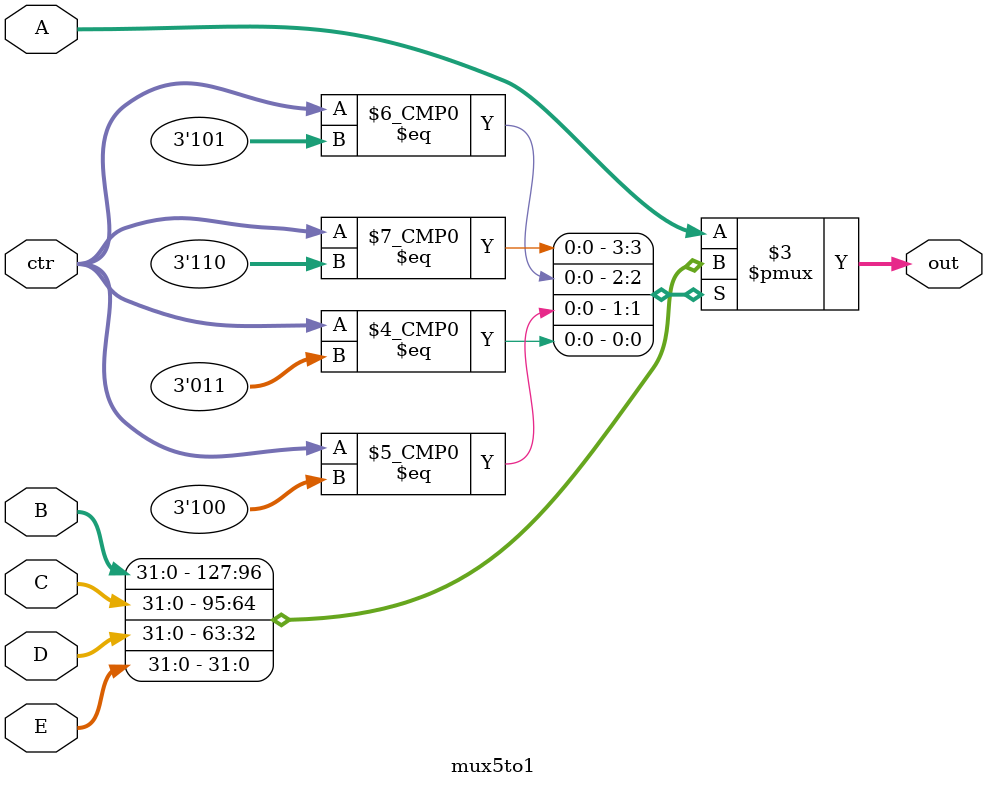
<source format=v>
`timescale 1ns / 1ps


module mux5to1
#(parameter k=32)
(
	input [k-1:0] A,
	input [k-1:0] B,
	input [k-1:0] C,
	input [k-1:0] D,
	input [k-1:0] E,
	input [2:0] ctr,
	output reg [k-1:0] out
);
	
always @(*)
begin
    case(ctr)
	3'b111:
		begin out<=A;end
	3'b110:
		begin out<=B;end
	3'b101:
		begin out<=C;end
    3'b100:
        begin out<=D;end
    3'b011:
        begin out<=E;end
    default:
        begin out<=A;end
    endcase
end
endmodule

</source>
